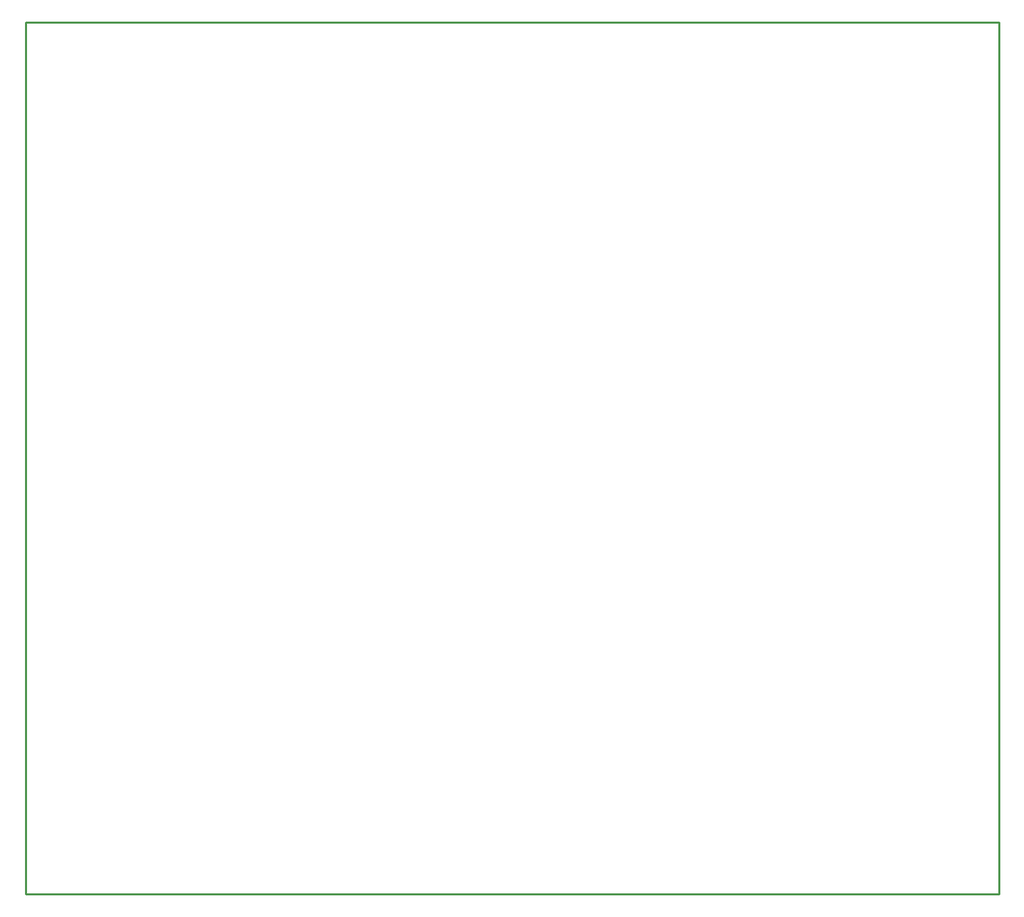
<source format=gbr>
G04 EAGLE Gerber RS-274X export*
G75*
%MOMM*%
%FSLAX34Y34*%
%LPD*%
%IN*%
%IPPOS*%
%AMOC8*
5,1,8,0,0,1.08239X$1,22.5*%
G01*
%ADD10C,0.254000*%


D10*
X0Y0D02*
X1219200Y0D01*
X1219200Y1092200D01*
X0Y1092200D01*
X0Y0D01*
M02*

</source>
